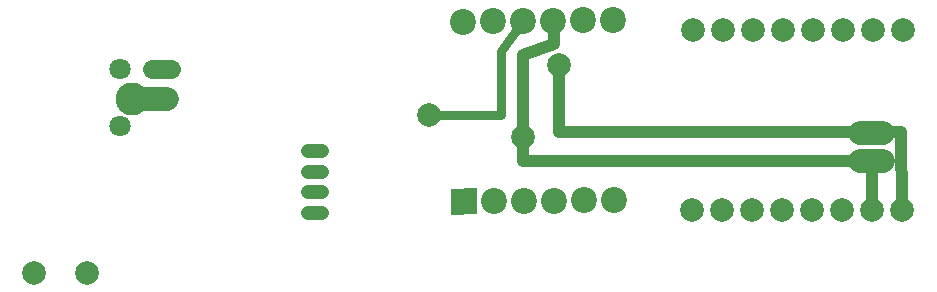
<source format=gbr>
%FSLAX34Y34*%
%MOMM*%
%LNCOPPER_TOP*%
G71*
G01*
%ADD10C,1.200*%
%ADD11C,2.200*%
%ADD12C,2.000*%
%ADD13C,2.000*%
%ADD14C,1.000*%
%ADD15C,0.800*%
%ADD16C,2.800*%
%ADD17C,1.600*%
%ADD18C,2.000*%
%ADD19C,1.800*%
%LPD*%
G54D10*
X266500Y118500D02*
X278500Y118500D01*
G54D10*
X266500Y101000D02*
X278500Y101000D01*
G54D10*
X266500Y83500D02*
X278500Y83500D01*
G54D10*
X266500Y66000D02*
X278500Y66000D01*
G36*
X387991Y86625D02*
X409991Y86817D01*
X410183Y64818D01*
X388183Y64626D01*
X387991Y86625D01*
G37*
X424486Y75943D02*
G54D11*
D03*
X449885Y76165D02*
G54D11*
D03*
X475284Y76387D02*
G54D11*
D03*
X500683Y76608D02*
G54D11*
D03*
X526082Y76830D02*
G54D11*
D03*
X524752Y229224D02*
G54D11*
D03*
X499353Y229002D02*
G54D11*
D03*
X473954Y228781D02*
G54D11*
D03*
X448555Y228559D02*
G54D11*
D03*
X423156Y228338D02*
G54D11*
D03*
X397757Y228116D02*
G54D11*
D03*
X770691Y220902D02*
G54D12*
D03*
X745291Y220880D02*
G54D12*
D03*
X719891Y220858D02*
G54D12*
D03*
X669091Y220813D02*
G54D12*
D03*
X643692Y220791D02*
G54D12*
D03*
X618291Y220769D02*
G54D12*
D03*
X592892Y220747D02*
G54D12*
D03*
X694492Y220836D02*
G54D12*
D03*
X769494Y68507D02*
G54D12*
D03*
X744094Y68485D02*
G54D12*
D03*
X718695Y68462D02*
G54D12*
D03*
X667895Y68418D02*
G54D12*
D03*
X642494Y68396D02*
G54D12*
D03*
X617094Y68374D02*
G54D12*
D03*
X591694Y68352D02*
G54D12*
D03*
X693295Y68440D02*
G54D12*
D03*
G54D13*
X734000Y110000D02*
X754000Y110000D01*
G54D13*
X734000Y134000D02*
X754000Y134000D01*
G54D14*
X744094Y68485D02*
X744000Y110000D01*
X449000Y110000D01*
X449000Y200000D01*
X475000Y209000D01*
X473954Y228781D01*
G54D14*
X769494Y68507D02*
X769228Y134507D01*
X479000Y135000D01*
X479000Y191000D01*
X479000Y191000D02*
G54D12*
D03*
G54D15*
X448555Y228559D02*
X430000Y203000D01*
X430000Y149000D01*
X369000Y149000D01*
X449000Y130000D02*
G54D12*
D03*
X369000Y149000D02*
G54D12*
D03*
X117500Y162500D02*
G54D16*
D03*
G54D13*
X127500Y162500D02*
X147500Y162500D01*
G54D17*
X134500Y187500D02*
X150500Y187500D01*
X35000Y15000D02*
G54D18*
D03*
X80000Y15000D02*
G54D18*
D03*
X107500Y187500D02*
G54D19*
D03*
X107500Y140000D02*
G54D19*
D03*
M02*

</source>
